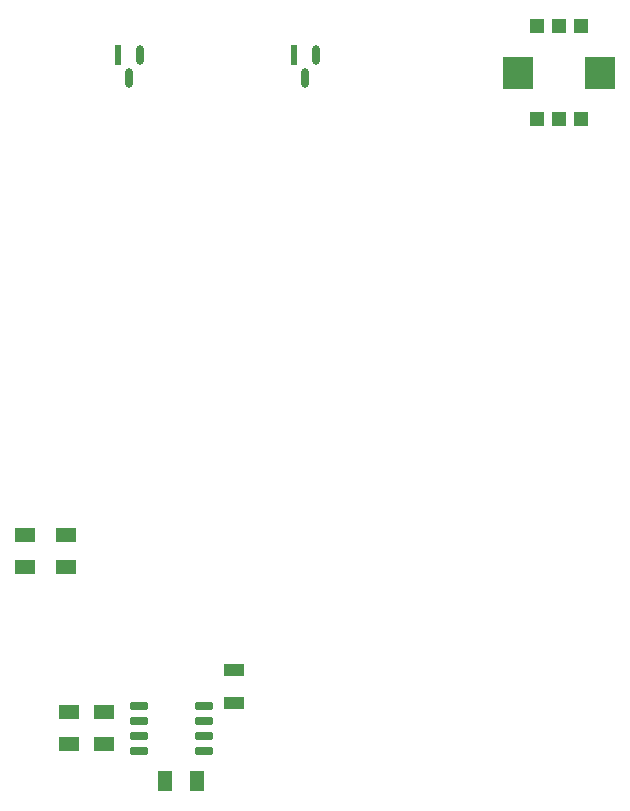
<source format=gbr>
G04*
G04 #@! TF.GenerationSoftware,Altium Limited,Altium Designer,23.6.0 (18)*
G04*
G04 Layer_Color=128*
%FSLAX44Y44*%
%MOMM*%
G71*
G04*
G04 #@! TF.SameCoordinates,1F3C283D-9475-48EB-A570-AF6A427DC10D*
G04*
G04*
G04 #@! TF.FilePolarity,Positive*
G04*
G01*
G75*
G04:AMPARAMS|DCode=73|XSize=1.6587mm|YSize=0.6268mm|CornerRadius=0.3134mm|HoleSize=0mm|Usage=FLASHONLY|Rotation=270.000|XOffset=0mm|YOffset=0mm|HoleType=Round|Shape=RoundedRectangle|*
%AMROUNDEDRECTD73*
21,1,1.6587,0.0000,0,0,270.0*
21,1,1.0319,0.6268,0,0,270.0*
1,1,0.6268,0.0000,-0.5159*
1,1,0.6268,0.0000,0.5159*
1,1,0.6268,0.0000,0.5159*
1,1,0.6268,0.0000,-0.5159*
%
%ADD73ROUNDEDRECTD73*%
%ADD74R,0.6268X1.6587*%
%ADD75R,1.7000X1.0000*%
G04:AMPARAMS|DCode=76|XSize=0.6mm|YSize=1.45mm|CornerRadius=0.051mm|HoleSize=0mm|Usage=FLASHONLY|Rotation=90.000|XOffset=0mm|YOffset=0mm|HoleType=Round|Shape=RoundedRectangle|*
%AMROUNDEDRECTD76*
21,1,0.6000,1.3480,0,0,90.0*
21,1,0.4980,1.4500,0,0,90.0*
1,1,0.1020,0.6740,0.2490*
1,1,0.1020,0.6740,-0.2490*
1,1,0.1020,-0.6740,-0.2490*
1,1,0.1020,-0.6740,0.2490*
%
%ADD76ROUNDEDRECTD76*%
%ADD77R,1.7500X1.3000*%
%ADD78R,1.3000X1.7500*%
%ADD79R,1.2700X1.2800*%
%ADD80R,2.5500X2.8000*%
D73*
X1180000Y1450233D02*
D03*
X1189150Y1469767D02*
D03*
X1040000Y1470000D02*
D03*
X1030850Y1450466D02*
D03*
D74*
X1170850Y1469767D02*
D03*
X1021700Y1470000D02*
D03*
D75*
X1120000Y949000D02*
D03*
Y921000D02*
D03*
D76*
X1039750Y880950D02*
D03*
Y893650D02*
D03*
Y906350D02*
D03*
Y919050D02*
D03*
X1094250Y880950D02*
D03*
Y893650D02*
D03*
Y906350D02*
D03*
Y919050D02*
D03*
D77*
X1010000Y886500D02*
D03*
Y913500D02*
D03*
X980000Y886500D02*
D03*
Y913500D02*
D03*
X978000Y1063500D02*
D03*
Y1036500D02*
D03*
X943188Y1063500D02*
D03*
Y1036500D02*
D03*
D78*
X1061500Y855000D02*
D03*
X1088500D02*
D03*
D79*
X1395000Y1415900D02*
D03*
X1376500D02*
D03*
X1413500Y1494100D02*
D03*
X1395000D02*
D03*
X1376500D02*
D03*
X1413500Y1415900D02*
D03*
D80*
X1360000Y1455000D02*
D03*
X1430000D02*
D03*
M02*

</source>
